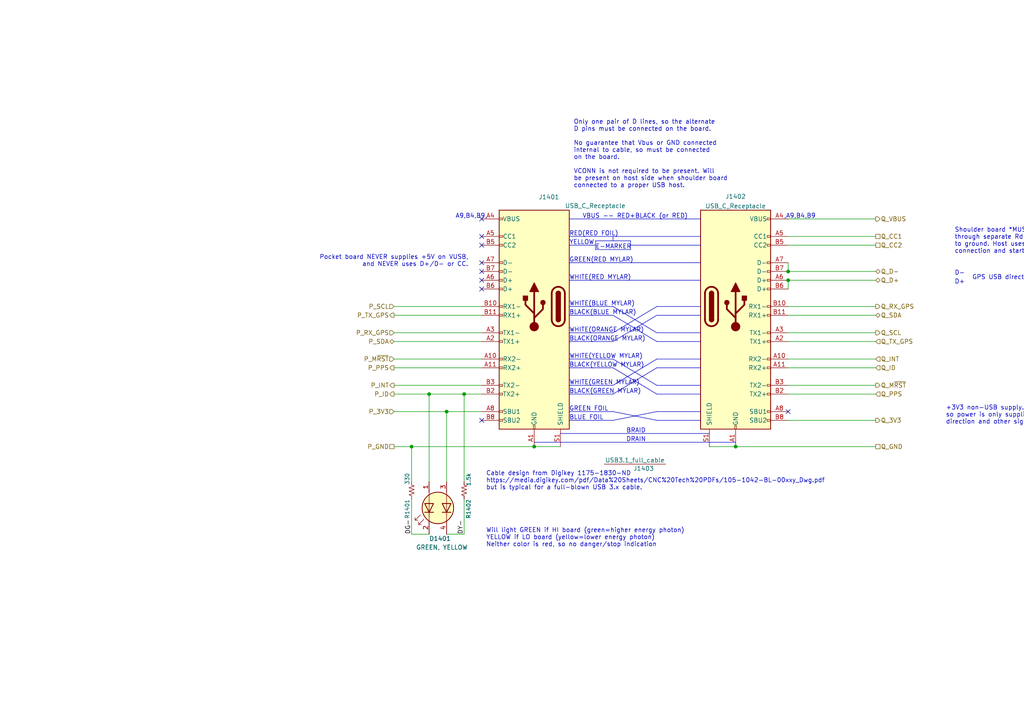
<source format=kicad_sch>
(kicad_sch (version 20211123) (generator eeschema)
  (paper "A4")
  (lib_symbols
    (symbol "Connector:USB_C_Receptacle" (pin_names (offset 1.016))
      (property "Reference" "J" (at -10.16 29.21 0))
      (property "Value" "USB_C_Receptacle" (at 10.16 29.21 0))
      (symbol "USB_C_Receptacle_0_0"
        (rectangle (start -0.254 -35.56) (end 0.254 -34.544))
        (rectangle (start 10.16 -32.766) (end 9.144 -33.274))
        (rectangle (start 10.16 -30.226) (end 9.144 -30.734))
        (rectangle (start 10.16 -25.146) (end 9.144 -25.654))
        (rectangle (start 10.16 -22.606) (end 9.144 -23.114))
        (rectangle (start 10.16 -17.526) (end 9.144 -18.034))
        (rectangle (start 10.16 -14.986) (end 9.144 -15.494))
        (rectangle (start 10.16 -9.906) (end 9.144 -10.414))
        (rectangle (start 10.16 -7.366) (end 9.144 -7.874))
        (rectangle (start 10.16 -2.286) (end 9.144 -2.794))
        (rectangle (start 10.16 0.254) (end 9.144 -0.254))
        (rectangle (start 10.16 5.334) (end 9.144 4.826))
        (rectangle (start 10.16 7.874) (end 9.144 7.366))
        (rectangle (start 10.16 10.414) (end 9.144 9.906))
        (rectangle (start 10.16 12.954) (end 9.144 12.446))
        (rectangle (start 10.16 18.034) (end 9.144 17.526))
        (rectangle (start 10.16 20.574) (end 9.144 20.066))
        (rectangle (start 10.16 25.654) (end 9.144 25.146))
      )
      (symbol "USB_C_Receptacle_0_1"
        (rectangle (start -10.16 27.94) (end 10.16 -35.56) (stroke (width 0.254)) (fill (type background)))
        (arc (start -8.89 -3.81) (mid -6.985 -5.715) (end -5.08 -3.81) (stroke (width 0.508)))
        (arc (start -7.62 -3.81) (mid -6.985 -4.445) (end -6.35 -3.81) (stroke (width 0.254)))
        (arc (start -7.62 -3.81) (mid -6.985 -4.445) (end -6.35 -3.81) (stroke (width 0.254)) (fill (type outline)))
        (rectangle (start -7.62 -3.81) (end -6.35 3.81) (stroke (width 0.254)) (fill (type outline)))
        (arc (start -6.35 3.81) (mid -6.985 4.445) (end -7.62 3.81) (stroke (width 0.254)))
        (arc (start -6.35 3.81) (mid -6.985 4.445) (end -7.62 3.81) (stroke (width 0.254)) (fill (type outline)))
        (arc (start -5.08 3.81) (mid -6.985 5.715) (end -8.89 3.81) (stroke (width 0.508)))
        (polyline (pts (xy -8.89 -3.81) (xy -8.89 3.81)) (stroke (width 0.508)))
        (polyline (pts (xy -5.08 3.81) (xy -5.08 -3.81)) (stroke (width 0.508)))
      )
      (symbol "USB_C_Receptacle_1_1"
        (circle (center -2.54 1.143) (radius 0.635) (stroke (width 0.254)) (fill (type outline)))
        (circle (center 0 -5.842) (radius 1.27) (fill (type outline)))
        (polyline (pts (xy 0 -5.842) (xy 0 4.318)) (stroke (width 0.508)))
        (polyline (pts (xy 0 -3.302) (xy -2.54 -0.762) (xy -2.54 0.508)) (stroke (width 0.508)))
        (polyline (pts (xy 0 -2.032) (xy 2.54 0.508) (xy 2.54 1.778)) (stroke (width 0.508)))
        (polyline (pts (xy -1.27 4.318) (xy 0 6.858) (xy 1.27 4.318) (xy -1.27 4.318)) (stroke (width 0.254)) (fill (type outline)))
        (rectangle (start 1.905 1.778) (end 3.175 3.048) (stroke (width 0.254)) (fill (type outline)))
        (pin passive line (at 0 -40.64 90) (length 5.08) (name "GND") (number "A1"))
        (pin bidirectional line (at 15.24 -15.24 180) (length 5.08) (name "RX2-") (number "A10"))
        (pin bidirectional line (at 15.24 -17.78 180) (length 5.08) (name "RX2+") (number "A11"))
        (pin passive line (at 0 -40.64 90) (length 5.08) hide (name "GND") (number "A12"))
        (pin bidirectional line (at 15.24 -10.16 180) (length 5.08) (name "TX1+") (number "A2"))
        (pin bidirectional line (at 15.24 -7.62 180) (length 5.08) (name "TX1-") (number "A3"))
        (pin passive line (at 15.24 25.4 180) (length 5.08) (name "VBUS") (number "A4"))
        (pin bidirectional line (at 15.24 20.32 180) (length 5.08) (name "CC1") (number "A5"))
        (pin bidirectional line (at 15.24 7.62 180) (length 5.08) (name "D+") (number "A6"))
        (pin bidirectional line (at 15.24 12.7 180) (length 5.08) (name "D-") (number "A7"))
        (pin bidirectional line (at 15.24 -30.48 180) (length 5.08) (name "SBU1") (number "A8"))
        (pin passive line (at 15.24 25.4 180) (length 5.08) hide (name "VBUS") (number "A9"))
        (pin passive line (at 0 -40.64 90) (length 5.08) hide (name "GND") (number "B1"))
        (pin bidirectional line (at 15.24 0 180) (length 5.08) (name "RX1-") (number "B10"))
        (pin bidirectional line (at 15.24 -2.54 180) (length 5.08) (name "RX1+") (number "B11"))
        (pin passive line (at 0 -40.64 90) (length 5.08) hide (name "GND") (number "B12"))
        (pin bidirectional line (at 15.24 -25.4 180) (length 5.08) (name "TX2+") (number "B2"))
        (pin bidirectional line (at 15.24 -22.86 180) (length 5.08) (name "TX2-") (number "B3"))
        (pin passive line (at 15.24 25.4 180) (length 5.08) hide (name "VBUS") (number "B4"))
        (pin bidirectional line (at 15.24 17.78 180) (length 5.08) (name "CC2") (number "B5"))
        (pin bidirectional line (at 15.24 5.08 180) (length 5.08) (name "D+") (number "B6"))
        (pin bidirectional line (at 15.24 10.16 180) (length 5.08) (name "D-") (number "B7"))
        (pin bidirectional line (at 15.24 -33.02 180) (length 5.08) (name "SBU2") (number "B8"))
        (pin passive line (at 15.24 25.4 180) (length 5.08) hide (name "VBUS") (number "B9"))
        (pin passive line (at -7.62 -40.64 90) (length 5.08) (name "SHIELD") (number "S1"))
      )
    )
    (symbol "Device:LED_Dual_AKAK" (pin_names (offset 0) hide)
      (property "Reference" "D" (at 0 5.715 0))
      (property "Value" "LED_Dual_AKAK" (at 0 -6.35 0))
      (symbol "LED_Dual_AKAK_0_1"
        (polyline (pts (xy -5.08 -2.54) (xy 2.032 -2.54)))
        (polyline (pts (xy -5.08 2.54) (xy 2.032 2.54)))
        (polyline (pts (xy 1.27 -1.27) (xy 1.27 -3.81)) (stroke (width 0.254)))
        (polyline (pts (xy 1.27 3.81) (xy 1.27 1.27)) (stroke (width 0.254)))
        (polyline (pts (xy 3.81 -2.54) (xy 1.905 -2.54)))
        (polyline (pts (xy 3.81 2.54) (xy 1.905 2.54)))
        (polyline (pts (xy -1.27 -1.27) (xy -1.27 -3.81) (xy 1.27 -2.54) (xy -1.27 -1.27)) (stroke (width 0.254)))
        (polyline (pts (xy -1.27 3.81) (xy -1.27 1.27) (xy 1.27 2.54) (xy -1.27 3.81)) (stroke (width 0.254)))
        (polyline (pts (xy 2.032 5.08) (xy 3.556 6.604) (xy 2.794 6.604) (xy 3.556 6.604) (xy 3.556 5.842)))
        (polyline (pts (xy 3.302 4.064) (xy 4.826 5.588) (xy 4.064 5.588) (xy 4.826 5.588) (xy 4.826 4.826)))
        (circle (center 0 0) (radius 4.572) (stroke (width 0.254)) (fill (type background)))
      )
      (symbol "LED_Dual_AKAK_1_1"
        (pin input line (at -7.62 2.54 0) (length 3.048) (name "A1") (number "1"))
        (pin input line (at 7.62 2.54 180) (length 3.81) (name "K1") (number "2"))
        (pin input line (at -7.62 -2.54 0) (length 3.048) (name "A2") (number "3"))
        (pin input line (at 7.62 -2.54 180) (length 3.81) (name "K2") (number "4"))
      )
    )
    (symbol "KwanSystems:RESISTOR" (pin_numbers hide) (pin_names (offset 1.016) hide)
      (property "Reference" "R" (at -1.27 1.27 0))
      (property "Value" "RESISTOR" (at -1.27 -2.54 0))
      (symbol "RESISTOR_0_1"
        (polyline (pts (xy 0 0) (xy -0.254 0.762) (xy -0.762 -0.762) (xy -1.27 0.762) (xy -1.524 0)))
        (polyline (pts (xy 0 0) (xy 0.254 -0.762) (xy 0.762 0.762) (xy 1.27 -0.762) (xy 1.524 0)))
      )
      (symbol "RESISTOR_1_1"
        (pin passive line (at -2.54 0 0) (length 0.9906) (name "1") (number "1"))
        (pin passive line (at 2.54 0 180) (length 0.9906) (name "2") (number "2"))
      )
    )
    (symbol "KwanSystems:USB3.1_full_cable" (on_board no)
      (property "Reference" "J" (at 0 0 0))
      (property "Value" "USB3.1_full_cable" (at 0 -2.54 0))
      (symbol "USB3.1_full_cable_0_1"
        (polyline (pts (xy -8.89 -1.27) (xy 8.89 -1.27)) (stroke (width 0.1524)))
      )
    )
  )
  (junction (at 213.36 129.54))
  (junction (at 119.38 129.54))
  (junction (at 228.6 78.74))
  (junction (at 134.62 114.3))
  (junction (at 228.6 81.28))
  (junction (at 129.54 119.38))
  (junction (at 124.46 114.3))
  (junction (at 154.94 129.54))
  (no_connect (at 139.7 121.92))
  (no_connect (at 228.6 119.38))
  (no_connect (at 139.7 83.82))
  (no_connect (at 139.7 81.28))
  (no_connect (at 139.7 71.12))
  (no_connect (at 139.7 76.2))
  (no_connect (at 139.7 68.58))
  (no_connect (at 139.7 78.74))
  (no_connect (at 139.7 63.5))
  (wire (pts (xy 162.56 129.54) (xy 154.94 129.54)))
  (wire (pts (xy 228.6 104.14) (xy 254 104.14)))
  (wire (pts (xy 228.6 111.76) (xy 254 111.76)))
  (wire (pts (xy 129.54 119.38) (xy 139.7 119.38)))
  (polyline (pts (xy 172.72 69.85) (xy 172.72 72.39)) (stroke (width 0) (type solid)))
  (wire (pts (xy 228.6 81.28) (xy 254 81.28)))
  (polyline (pts (xy 190.5 119.38) (xy 203.2 119.38)) (stroke (width 0) (type solid)))
  (polyline (pts (xy 177.8 99.06) (xy 190.5 91.44)) (stroke (width 0) (type solid)))
  (polyline (pts (xy 190.5 111.76) (xy 203.2 111.76)) (stroke (width 0) (type solid)))
  (polyline (pts (xy 172.72 72.39) (xy 182.88 72.39)) (stroke (width 0) (type solid)))
  (polyline (pts (xy 165.1 76.2) (xy 203.2 76.2)) (stroke (width 0) (type solid)))
  (wire (pts (xy 228.6 83.82) (xy 228.6 81.28)))
  (wire (pts (xy 228.6 68.58) (xy 254 68.58)))
  (wire (pts (xy 119.38 129.54) (xy 154.94 129.54)))
  (polyline (pts (xy 190.5 88.9) (xy 203.2 88.9)) (stroke (width 0) (type solid)))
  (wire (pts (xy 134.62 114.3) (xy 134.62 139.7)))
  (wire (pts (xy 114.3 106.68) (xy 139.7 106.68)))
  (wire (pts (xy 114.3 119.38) (xy 129.54 119.38)))
  (polyline (pts (xy 165.1 121.92) (xy 177.8 121.92)) (stroke (width 0) (type solid)))
  (polyline (pts (xy 165.1 111.76) (xy 177.8 111.76)) (stroke (width 0) (type solid)))
  (polyline (pts (xy 165.1 68.58) (xy 203.2 68.58)) (stroke (width 0) (type solid)))
  (wire (pts (xy 119.38 129.54) (xy 119.38 139.7)))
  (polyline (pts (xy 177.8 68.58) (xy 177.8 69.85)) (stroke (width 0) (type solid)))
  (wire (pts (xy 228.6 78.74) (xy 254 78.74)))
  (polyline (pts (xy 165.1 119.38) (xy 177.8 119.38)) (stroke (width 0) (type solid)))
  (polyline (pts (xy 162.56 125.73) (xy 205.74 125.73)) (stroke (width 0) (type solid)))
  (polyline (pts (xy 165.1 96.52) (xy 177.8 96.52)) (stroke (width 0) (type solid)))
  (polyline (pts (xy 182.88 71.12) (xy 203.2 71.12)) (stroke (width 0) (type solid)))
  (wire (pts (xy 228.6 76.2) (xy 228.6 78.74)))
  (wire (pts (xy 129.54 154.94) (xy 134.62 154.94)))
  (polyline (pts (xy 165.1 106.68) (xy 177.8 106.68)) (stroke (width 0) (type solid)))
  (polyline (pts (xy 190.5 96.52) (xy 203.2 96.52)) (stroke (width 0) (type solid)))
  (wire (pts (xy 114.3 111.76) (xy 139.7 111.76)))
  (wire (pts (xy 114.3 99.06) (xy 139.7 99.06)))
  (polyline (pts (xy 165.1 88.9) (xy 177.8 88.9)) (stroke (width 0) (type solid)))
  (wire (pts (xy 134.62 114.3) (xy 139.7 114.3)))
  (polyline (pts (xy 190.5 114.3) (xy 203.2 114.3)) (stroke (width 0) (type solid)))
  (wire (pts (xy 254 88.9) (xy 228.6 88.9)))
  (wire (pts (xy 129.54 119.38) (xy 129.54 139.7)))
  (wire (pts (xy 114.3 96.52) (xy 139.7 96.52)))
  (wire (pts (xy 213.36 129.54) (xy 254 129.54)))
  (polyline (pts (xy 165.1 71.12) (xy 172.72 71.12)) (stroke (width 0) (type solid)))
  (wire (pts (xy 114.3 91.44) (xy 139.7 91.44)))
  (polyline (pts (xy 165.1 81.28) (xy 203.2 81.28)) (stroke (width 0) (type solid)))
  (wire (pts (xy 228.6 96.52) (xy 254 96.52)))
  (polyline (pts (xy 165.1 99.06) (xy 177.8 99.06)) (stroke (width 0) (type solid)))
  (wire (pts (xy 114.3 88.9) (xy 139.7 88.9)))
  (polyline (pts (xy 177.8 111.76) (xy 190.5 104.14)) (stroke (width 0) (type solid)))
  (wire (pts (xy 205.74 129.54) (xy 213.36 129.54)))
  (wire (pts (xy 119.38 154.94) (xy 124.46 154.94)))
  (wire (pts (xy 228.6 114.3) (xy 254 114.3)))
  (polyline (pts (xy 177.8 96.52) (xy 190.5 88.9)) (stroke (width 0) (type solid)))
  (polyline (pts (xy 165.1 114.3) (xy 177.8 114.3)) (stroke (width 0) (type solid)))
  (polyline (pts (xy 190.5 91.44) (xy 203.2 91.44)) (stroke (width 0) (type solid)))
  (polyline (pts (xy 165.1 91.44) (xy 177.8 91.44)) (stroke (width 0) (type solid)))
  (polyline (pts (xy 165.1 104.14) (xy 177.8 104.14)) (stroke (width 0) (type solid)))
  (polyline (pts (xy 182.88 72.39) (xy 182.88 69.85)) (stroke (width 0) (type solid)))
  (polyline (pts (xy 190.5 104.14) (xy 203.2 104.14)) (stroke (width 0) (type solid)))
  (wire (pts (xy 228.6 63.5) (xy 254 63.5)))
  (wire (pts (xy 124.46 114.3) (xy 124.46 139.7)))
  (wire (pts (xy 114.3 104.14) (xy 139.7 104.14)))
  (polyline (pts (xy 154.94 128.27) (xy 213.36 128.27)) (stroke (width 0) (type solid)))
  (wire (pts (xy 134.62 154.94) (xy 134.62 144.78)))
  (wire (pts (xy 114.3 114.3) (xy 124.46 114.3)))
  (polyline (pts (xy 177.8 121.92) (xy 190.5 119.38)) (stroke (width 0) (type solid)))
  (wire (pts (xy 119.38 144.78) (xy 119.38 154.94)))
  (polyline (pts (xy 177.8 114.3) (xy 190.5 106.68)) (stroke (width 0) (type solid)))
  (wire (pts (xy 254 91.44) (xy 228.6 91.44)))
  (polyline (pts (xy 177.8 106.68) (xy 190.5 114.3)) (stroke (width 0) (type solid)))
  (polyline (pts (xy 177.8 119.38) (xy 190.5 121.92)) (stroke (width 0) (type solid)))
  (wire (pts (xy 228.6 71.12) (xy 254 71.12)))
  (wire (pts (xy 114.3 129.54) (xy 119.38 129.54)))
  (polyline (pts (xy 182.88 69.85) (xy 172.72 69.85)) (stroke (width 0) (type solid)))
  (polyline (pts (xy 177.8 104.14) (xy 190.5 111.76)) (stroke (width 0) (type solid)))
  (polyline (pts (xy 190.5 106.68) (xy 203.2 106.68)) (stroke (width 0) (type solid)))
  (polyline (pts (xy 190.5 121.92) (xy 203.2 121.92)) (stroke (width 0) (type solid)))
  (polyline (pts (xy 177.8 91.44) (xy 190.5 99.06)) (stroke (width 0) (type solid)))
  (polyline (pts (xy 177.8 88.9) (xy 190.5 96.52)) (stroke (width 0) (type solid)))
  (polyline (pts (xy 165.1 63.5) (xy 203.2 63.5)) (stroke (width 0) (type solid)))
  (wire (pts (xy 228.6 106.68) (xy 254 106.68)))
  (wire (pts (xy 228.6 99.06) (xy 254 99.06)))
  (polyline (pts (xy 190.5 99.06) (xy 203.2 99.06)) (stroke (width 0) (type solid)))
  (wire (pts (xy 124.46 114.3) (xy 134.62 114.3)))
  (wire (pts (xy 228.6 121.92) (xy 254 121.92)))
  (text "A9,B4,B9," (at 132.08 63.5 0) (effects (font (size 1.27 1.27)) (justify left bottom)))
  (text "Shoulder board *MUST* connect CC1 and CC2\nthrough separate Rd (5.1k) resistors \nto ground. Host uses these to detect\nconnection and start power flow on VUSB." (at 276.86 73.66 0) (effects (font (size 1.27 1.27)) (justify left bottom)))
  (text "Cable design from Digikey 1175-1830-ND\nhttps://media.digikey.com/pdf/Data%20Sheets/CNC%20Tech%20PDFs/105-1042-BL-00xxy_Dwg.pdf\nbut is typical for a full-blown USB 3.x cable." (at 140.97 142.24 0) (effects (font (size 1.27 1.27)) (justify left bottom)))
  (text "E-MARKER" (at 172.72 72.39 0) (effects (font (size 1.27 1.27)) (justify left bottom)))
  (text "DRAIN" (at 181.61 128.27 0) (effects (font (size 1.27 1.27)) (justify left bottom)))
  (text "VBUS -- RED+BLACK (or RED)" (at 168.91 63.5 0) (effects (font (size 1.27 1.27)) (justify left bottom)))
  (text "D-" (at 276.86 80.01 0) (effects (font (size 1.27 1.27)) (justify left bottom)))
  (text ",A9,B4,B9" (at 227.33 63.5 0) (effects (font (size 1.27 1.27)) (justify left bottom)))
  (text "WHITE(BLUE MYLAR)" (at 165.1 88.9 0) (effects (font (size 1.27 1.27)) (justify left bottom)))
  (text "GREEN(RED MYLAR)" (at 165.1 76.2 0) (effects (font (size 1.27 1.27)) (justify left bottom)))
  (text "BLACK(GREEN MYLAR)" (at 165.1 114.3 0) (effects (font (size 1.27 1.27)) (justify left bottom)))
  (text "Only one pair of D lines, so the alternate\nD pins must be connected on the board.\n\nNo guarantee that Vbus or GND connected\ninternal to cable, so must be connected\non the board.\n\nVCONN is not required to be present. Will\nbe present on host side when shoulder board\nconnected to a proper USB host." (at 166.37 54.61 0) (effects (font (size 1.27 1.27)) (justify left bottom)))
  (text "GREEN FOIL" (at 165.1 119.38 0) (effects (font (size 1.27 1.27)) (justify left bottom)))
  (text "WHITE(YELLOW MYLAR)" (at 165.1 104.14 0) (effects (font (size 1.27 1.27)) (justify left bottom)))
  (text "YELLOW" (at 165.1 71.12 0) (effects (font (size 1.27 1.27)) (justify left bottom)))
  (text "D+" (at 276.86 82.55 0) (effects (font (size 1.27 1.27)) (justify left bottom)))
  (text "BRAID" (at 181.61 125.73 0) (effects (font (size 1.27 1.27)) (justify left bottom)))
  (text "Will light GREEN if HI board (green=higher energy photon)\nYELLOW if LO board (yellow=lower energy photon)\nNeither color is red, so no danger/stop indication" (at 140.97 158.75 0) (effects (font (size 1.27 1.27)) (justify left bottom)))
  (text "Pocket board NEVER supplies +5V on VUSB,\nand NEVER uses D+/D- or CC." (at 135.89 77.47 0) (effects (font (size 1.27 1.27)) (justify right bottom)))
  (text "WHITE(ORANGE MYLAR)" (at 165.1 96.52 0) (effects (font (size 1.27 1.27)) (justify left bottom)))
  (text "BLACK(ORANGE MYLAR)" (at 165.1 99.06 0) (effects (font (size 1.27 1.27)) (justify left bottom)))
  (text "RED(RED FOIL)" (at 165.1 68.58 0) (effects (font (size 1.27 1.27)) (justify left bottom)))
  (text "Shoe board can leave D+/D- \nand CC all not-connected" (at 302.26 81.28 0) (effects (font (size 1.27 1.27)) (justify left bottom)))
  (text "WHITE(RED MYLAR)" (at 165.1 81.28 0) (effects (font (size 1.27 1.27)) (justify left bottom)))
  (text "GPS USB direct" (at 281.94 81.28 0) (effects (font (size 1.27 1.27)) (justify left bottom)))
  (text "BLACK(YELLOW MYLAR)" (at 165.1 106.68 0) (effects (font (size 1.27 1.27)) (justify left bottom)))
  (text "BLUE FOIL" (at 165.1 121.92 0) (effects (font (size 1.27 1.27)) (justify left bottom)))
  (text "BLACK(BLUE MYLAR)" (at 165.1 91.44 0) (effects (font (size 1.27 1.27)) (justify left bottom)))
  (text "+3V3 non-USB supply. Intentionally polarized,\nso power is only supplied if wire is correct\ndirection and other signals are aligned." (at 274.32 123.19 0) (effects (font (size 1.27 1.27)) (justify left bottom)))
  (text "WHITE(GREEN MYLAR)" (at 165.1 111.76 0) (effects (font (size 1.27 1.27)) (justify left bottom)))
  (label "DY-" (at 134.62 154.94 90))
  (label "DG-" (at 119.38 154.94 90))
  (hierarchical_label "P_SDA" (shape bidirectional) (at 114.3 99.06 180))
  (hierarchical_label "Q_CC1" (shape passive) (at 254 68.58 0))
  (hierarchical_label "Q_INT" (shape input) (at 254 104.14 0))
  (hierarchical_label "P_M~{RST}" (shape input) (at 114.3 104.14 180))
  (hierarchical_label "P_ID" (shape output) (at 114.3 114.3 180))
  (hierarchical_label "P_SCL" (shape input) (at 114.3 88.9 180))
  (hierarchical_label "Q_RX_GPS" (shape output) (at 254 88.9 0))
  (hierarchical_label "Q_D+" (shape bidirectional) (at 254 81.28 0))
  (hierarchical_label "Q_TX_GPS" (shape input) (at 254 99.06 0))
  (hierarchical_label "P_TX_GPS" (shape output) (at 114.3 91.44 180))
  (hierarchical_label "Q_CC2" (shape passive) (at 254 71.12 0))
  (hierarchical_label "Q_ID" (shape input) (at 254 106.68 0))
  (hierarchical_label "P_RX_GPS" (shape input) (at 114.3 96.52 180))
  (hierarchical_label "P_PPS" (shape output) (at 114.3 106.68 180))
  (hierarchical_label "P_GND" (shape passive) (at 114.3 129.54 180))
  (hierarchical_label "P_INT" (shape output) (at 114.3 111.76 180))
  (hierarchical_label "Q_D-" (shape bidirectional) (at 254 78.74 0))
  (hierarchical_label "Q_PPS" (shape input) (at 254 114.3 0))
  (hierarchical_label "Q_SDA" (shape bidirectional) (at 254 91.44 0))
  (hierarchical_label "Q_SCL" (shape output) (at 254 96.52 0))
  (hierarchical_label "Q_VBUS" (shape output) (at 254 63.5 0))
  (hierarchical_label "Q_M~{RST}" (shape output) (at 254 111.76 0))
  (hierarchical_label "Q_3V3" (shape output) (at 254 121.92 0))
  (hierarchical_label "Q_GND" (shape passive) (at 254 129.54 0))
  (hierarchical_label "P_3V3" (shape input) (at 114.3 119.38 180))
  (symbol (lib_id "Connector:USB_C_Receptacle") (at 154.94 88.9 0) (mirror y)
    (property "Reference" "J1401" (at 156.21 57.15 0) (effects (justify right)))
    (property "Value" "USB_C_Receptacle" (at 163.83 59.69 0) (effects (justify right)))
    (property "Footprint" "KwanSystems:USB_C_Amphenol_MidMount" (effects hide))
    (property "Datasheet" "https://www.usb.org/sites/default/files/documents/usb_type-c.zip" (effects hide))
    (property "Purpose" "Pocket board USB+ connector" (effects hide))
    (property "Digikey" "664-12402072E512ACT-ND" (effects hide))
  )
  (symbol (lib_id "Device:LED_Dual_AKAK") (at 127 147.32 90) (mirror x)
    (property "Reference" "D1401" (at 124.46 156.21 90) (effects (justify right)))
    (property "Value" "GREEN, YELLOW" (at 120.65 158.75 90) (effects (justify right)))
    (property "Footprint" "KwanSystems:LEDKingbrightAPHB" (effects hide))
    (property "Digikey" "754-1956-1-ND" (effects hide))
    (property "Purpose" "Remote ID indicator" (effects hide))
  )
  (symbol (lib_id "KwanSystems:RESISTOR") (at 119.38 142.24 90)
    (property "Reference" "R1401" (at 118.11 144.78 0) (effects (font (size 1.143 1.143)) (justify right)))
    (property "Value" "330" (at 118.11 137.16 0) (effects (font (size 1.143 1.143)) (justify right)))
    (property "Footprint" "Resistor_SMD:R_0402_1005Metric" (effects hide))
    (property "Digikey" "P330JCT-ND" (effects hide))
    (property "Purpose" "LED current limiter" (effects hide))
  )
  (symbol (lib_id "Connector:USB_C_Receptacle") (at 213.36 88.9 0)
    (property "Reference" "J1402" (at 213.36 56.9935 0))
    (property "Value" "USB_C_Receptacle" (at 213.36 59.7686 0))
    (property "Footprint" "KwanSystems:USB_C_Amphenol_MidMount" (effects hide))
    (property "Datasheet" "https://www.usb.org/sites/default/files/documents/usb_type-c.zip" (effects hide))
    (property "Purpose" "Remote board USB+ connector" (effects hide))
    (property "Digikey" "664-12402072E512ACT-ND" (effects hide))
  )
  (symbol (lib_id "KwanSystems:USB3.1_full_cable") (at 184.15 133.35 0) (on_board no)
    (property "Reference" "J1403" (at 186.69 135.89 0))
    (property "Value" "USB3.1_full_cable" (at 184.15 133.4794 0))
    (property "Digikey" "839-10-03674-ND" (effects hide))
    (property "Purpose" "Connector cables" (effects hide))
  )
  (symbol (lib_id "KwanSystems:RESISTOR") (at 134.62 142.24 90)
    (property "Reference" "R1402" (at 135.89 144.78 0) (effects (font (size 1.143 1.143)) (justify right)))
    (property "Value" "1.5k" (at 135.89 137.16 0) (effects (font (size 1.143 1.143)) (justify right)))
    (property "Footprint" "Resistor_SMD:R_0402_1005Metric" (effects hide))
    (property "Digikey" "P1.0KJCT-ND" (effects hide))
    (property "Purpose" "LED current limiter" (effects hide))
  )
)
</source>
